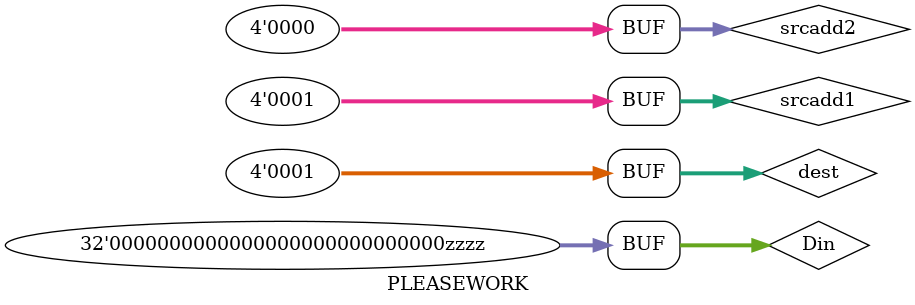
<source format=v>
`timescale 1ns / 1ps


module PLEASEWORK;

	// Inputs
	reg [3:0] dest;
	reg [31:0] Din;
	reg [3:0] srcadd1;
	reg [3:0] srcadd2;

	// Outputs
	wire [31:0] src1;
	wire [31:0] src2;

	// Instantiate the Unit Under Test (UUT)
	RegisterBank uut (
		.dest(dest), 
		.Din(Din), 
		.srcadd1(srcadd1), 
		.srcadd2(srcadd2), 
		.src1(src1), 
		.src2(src2)
	);

	initial begin
		// Initialize Inputs
		dest = 0;
		Din = 0;
		srcadd1 = 0;
		srcadd2 = 0;

		// Wait 100 ns for global reset to finish
		#100;
		 dest = 1;
		 Din = 1;
		 #10
		 Din = 4'bzzzz;
		 #5
		 srcadd1 = 1; 
		 srcadd2 = 0; 
		// Add stimulus here

	end
      
endmodule


</source>
